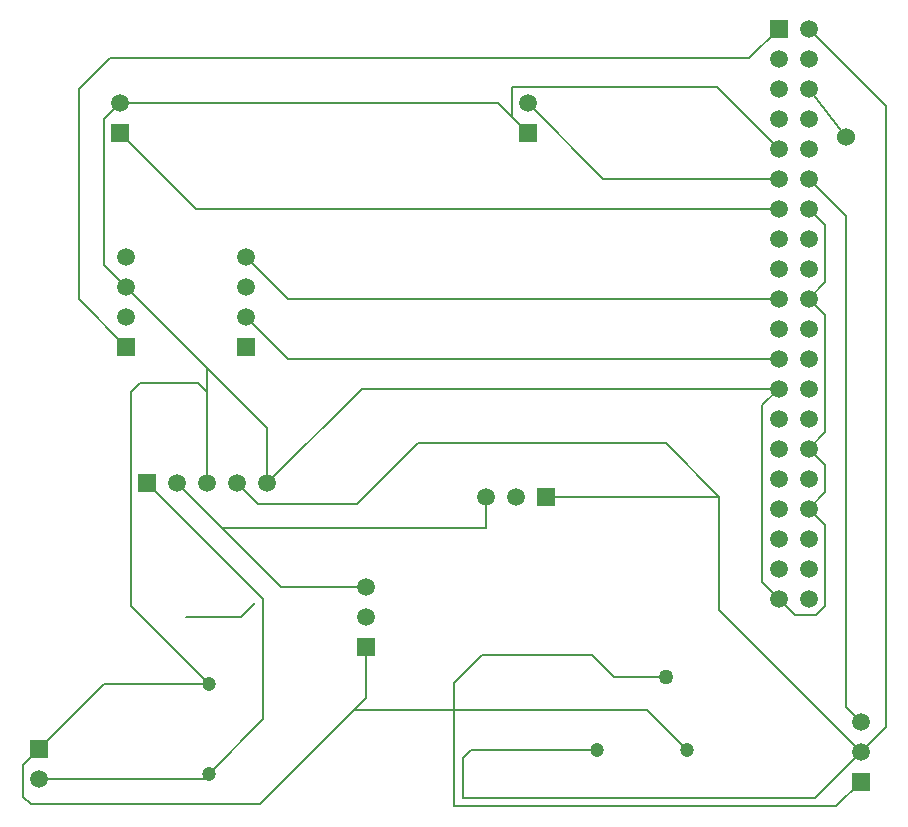
<source format=gbl>
%FSLAX24Y24*%
%MOIN*%
G70*
G01*
G75*
G04 Layer_Physical_Order=2*
G04 Layer_Color=16711680*
%ADD10C,0.0050*%
%ADD11C,0.0079*%
%ADD12C,0.0080*%
%ADD13C,0.0100*%
%ADD14C,0.0600*%
%ADD15R,0.0591X0.0591*%
%ADD16C,0.0591*%
%ADD17R,0.0591X0.0591*%
%ADD18C,0.0472*%
%ADD19C,0.0500*%
D11*
X29460Y32740D02*
X32590Y35870D01*
X33000Y36280D01*
Y38000D01*
X32590Y35870D02*
X35940D01*
X42380D01*
X43700Y34550D01*
X43000Y37000D02*
X41250D01*
X40541Y37709D01*
X36850D01*
X35940Y36799D01*
Y35870D01*
Y32680D01*
X48680D01*
X49500Y33500D01*
Y34500D02*
X50320Y35320D01*
Y56030D01*
X47750Y58600D01*
X46750D02*
X45760Y57610D01*
X24470D01*
X23430Y56570D01*
Y49570D01*
X25000Y48000D01*
X25160Y46500D02*
X25460Y46800D01*
X27400D01*
X27700Y46500D01*
Y47300D01*
X29700Y45300D01*
Y43450D01*
X32850Y46600D01*
X46750D01*
X46210Y46060D01*
Y40140D01*
X46750Y39600D01*
X47290Y39060D01*
X48000D01*
X48290Y39350D01*
Y42060D01*
X47750Y42600D01*
X48290Y43140D01*
Y44060D01*
X47750Y44600D01*
X48290Y45140D01*
Y49060D01*
X47750Y49600D01*
X48290Y50140D01*
Y52060D01*
X47750Y52600D01*
X49000Y52350D02*
X47750Y53600D01*
X49000Y55000D02*
X47750Y56600D01*
X46750Y54600D02*
X44700Y56650D01*
X37850D01*
Y55654D01*
X38386Y55118D01*
Y56118D02*
X40904Y53600D01*
X46750D01*
Y52600D02*
X27321D01*
X24803Y55118D01*
Y56118D02*
X37386D01*
X37850Y55654D01*
X30400Y49600D02*
X46750D01*
Y47600D02*
X30400D01*
X29000Y49000D01*
X30400Y49600D02*
X29000Y51000D01*
X25000Y50000D02*
X27700Y47300D01*
Y46500D02*
Y43450D01*
X26700D02*
X28210Y41940D01*
X37000D01*
Y43000D01*
X39000D02*
X44780D01*
Y39220D01*
X49500Y34500D01*
X47960Y32960D01*
X36220D01*
Y34270D01*
X36500Y34550D01*
X40700D01*
X49000Y36000D02*
Y52350D01*
X43000Y44780D02*
X44780Y43000D01*
X43000Y44780D02*
X34730D01*
X32700Y42750D01*
X29400D01*
X28700Y43450D01*
X28210Y41940D02*
X30150Y40000D01*
X33000D01*
X29570Y39580D02*
Y35570D01*
X27750Y33750D01*
X27600Y33600D01*
X22100D01*
Y34600D02*
X24250Y36750D01*
X27750D01*
X25160Y39340D01*
Y46500D01*
X25700Y43450D02*
X29570Y39580D01*
X29294Y39466D02*
X28829Y39000D01*
X27000D01*
X22100Y34600D02*
X21560Y34060D01*
Y33000D01*
X21820Y32740D01*
X29460D01*
X25000Y50000D02*
X24270Y50730D01*
Y55585D01*
X24803Y56118D01*
X49000Y36000D02*
X49500Y35500D01*
D14*
X49000Y55000D02*
D03*
D15*
X22100Y34600D02*
D03*
X33000Y38000D02*
D03*
X29000Y48000D02*
D03*
X25000D02*
D03*
X24803Y55118D02*
D03*
X38386D02*
D03*
X46750Y58600D02*
D03*
X49500Y33500D02*
D03*
D16*
X22100Y33600D02*
D03*
X33000Y39000D02*
D03*
Y40000D02*
D03*
X29700Y43450D02*
D03*
X28700D02*
D03*
X27700D02*
D03*
X26700D02*
D03*
X29000Y49000D02*
D03*
Y50000D02*
D03*
Y51000D02*
D03*
X25000D02*
D03*
Y50000D02*
D03*
Y49000D02*
D03*
X24803Y56118D02*
D03*
X37000Y43000D02*
D03*
X38000D02*
D03*
X46750Y39600D02*
D03*
X47750D02*
D03*
Y40600D02*
D03*
Y41600D02*
D03*
Y42600D02*
D03*
Y43600D02*
D03*
Y44600D02*
D03*
Y45600D02*
D03*
Y46600D02*
D03*
Y47600D02*
D03*
Y48600D02*
D03*
Y49600D02*
D03*
Y50600D02*
D03*
Y51600D02*
D03*
Y52600D02*
D03*
Y53600D02*
D03*
Y54600D02*
D03*
Y55600D02*
D03*
Y56600D02*
D03*
Y57600D02*
D03*
Y58600D02*
D03*
X46750Y57600D02*
D03*
Y56600D02*
D03*
Y55600D02*
D03*
Y54600D02*
D03*
Y53600D02*
D03*
Y52600D02*
D03*
Y51600D02*
D03*
Y50600D02*
D03*
Y49600D02*
D03*
Y48600D02*
D03*
Y47600D02*
D03*
Y46600D02*
D03*
Y45600D02*
D03*
Y44600D02*
D03*
Y43600D02*
D03*
Y42600D02*
D03*
Y41600D02*
D03*
Y40600D02*
D03*
X49500Y35500D02*
D03*
Y34500D02*
D03*
X38386Y56118D02*
D03*
D17*
X39000Y43000D02*
D03*
X25700Y43450D02*
D03*
D18*
X27750Y33750D02*
D03*
Y36750D02*
D03*
X40700Y34550D02*
D03*
X43700D02*
D03*
D19*
X43000Y37000D02*
D03*
M02*

</source>
